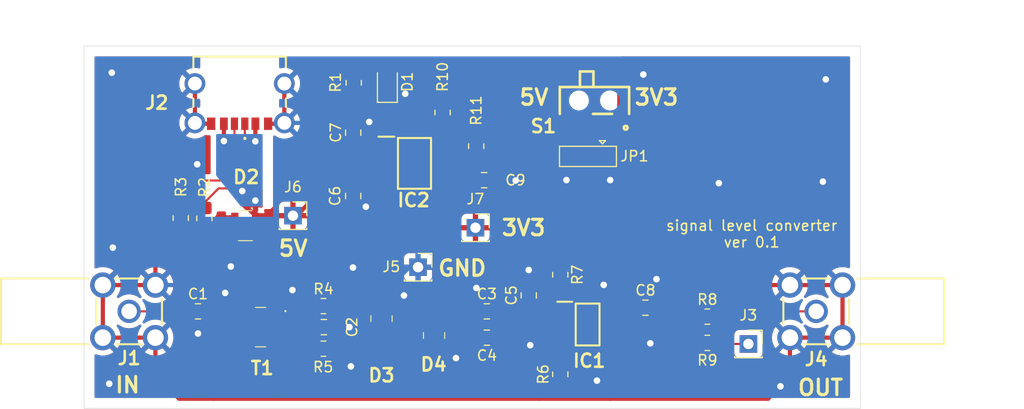
<source format=kicad_pcb>
(kicad_pcb (version 20211014) (generator pcbnew)
  (title_block (title "mt_signallevelconv") (date "2022-02-06") (rev "0.1") (comment 1 "(C) Masayuki Takagiwa"))
  (layers (0 "F.Cu" signal) (31 "B.Cu" signal) (34 "B.Paste" user) (35 "F.Paste" user) (36 "B.SilkS" user "B.Silkscreen") (37 "F.SilkS" user "F.Silkscreen") (38 "B.Mask" user) (39 "F.Mask" user) (44 "Edge.Cuts" user))
  (net 0 "")
  (net 1 "/3V3")
  (net 2 "Net-(IC2-Pad7)")
  (net 3 "/5V")
  (net 4 "Net-(IC2-Pad8)")
  (net 5 "Net-(IC1-Pad9)")
  (net 6 "Net-(J3-Pad1)")
  (net 7 "Net-(IC1-Pad10)")
  (net 8 "Net-(J4-Pad5)")
  (net 9 "Net-(IC1-Pad1)")
  (net 10 "Net-(IC1-Pad6)")
  (net 11 "Net-(R5-Pad1)")
  (net 12 "Net-(C4-Pad1)")
  (net 13 "Net-(R4-Pad1)")
  (net 14 "Net-(C3-Pad1)")
  (net 15 "Net-(J2-PadB5)")
  (net 16 "GND")
  (net 17 "Net-(D1-Pad2)")
  (net 18 "Net-(J2-PadA5)")
  (net 19 "Net-(C2-Pad1)")
  (net 21 "Net-(C1-Pad2)")
  (net 22 "/VOUT")
  (net 23 "Net-(C3-Pad2)")
  (net 24 "Net-(C4-Pad2)")
  (net 25 "Net-(C7-Pad1)")
  (net 29 "Net-(C1-Pad1)")
  (footprint "Capacitor_SMD:C_0805_2012Metric_Pad1.18x1.45mm_HandSolder" (layer "F.Cu") (at 92.956 74.0885 90)
    (fp_text reference "C5" (at 0 -1.68 90) (layer "F.SilkS"))
    (fp_text value "0.1u" hide)
    (pad "1" smd roundrect locked (at -1.0375 0 90) (size 1.175 1.45) (layers "F.Cu" "F.Paste" "F.Mask") (roundrect_rratio 0.2127659574) (net 1 "/3V3"))
    (pad "2" smd roundrect locked (at 1.0375 0 90) (size 1.175 1.45) (layers "F.Cu" "F.Paste" "F.Mask") (roundrect_rratio 0.2127659574) (net 16 "GND"))
  )
  (footprint "Resistor_SMD:R_0805_2012Metric_Pad1.20x1.40mm_HandSolder" (layer "F.Cu") (at 96.004 72.094 -90)
    (fp_text reference "R7" (at 0 -1.65 90) (layer "F.SilkS"))
    (fp_text value "4.7k" hide)
    (pad "1" smd roundrect locked (at -1 0 270) (size 1.2 1.4) (layers "F.Cu" "F.Paste" "F.Mask") (roundrect_rratio 0.2083333333) (net 1 "/3V3"))
    (pad "2" smd roundrect locked (at 1 0 270) (size 1.2 1.4) (layers "F.Cu" "F.Paste" "F.Mask") (roundrect_rratio 0.2083333333) (net 9 "Net-(IC1-Pad1)"))
  )
  (footprint "Resistor_SMD:R_0805_2012Metric_Pad1.20x1.40mm_HandSolder" (layer "F.Cu") (at 110.2164 76.142)
    (fp_text reference "R8" (at 0 -1.65) (layer "F.SilkS"))
    (fp_text value "22" hide)
    (pad "1" smd roundrect locked (at -1 0) (size 1.2 1.4) (layers "F.Cu" "F.Paste" "F.Mask") (roundrect_rratio 0.2083333333) (net 7 "Net-(IC1-Pad10)"))
    (pad "2" smd roundrect locked (at 1 0) (size 1.2 1.4) (layers "F.Cu" "F.Paste" "F.Mask") (roundrect_rratio 0.2083333333) (net 8 "Net-(J4-Pad5)"))
  )
  (footprint "Capacitor_SMD:C_0805_2012Metric_Pad1.18x1.45mm_HandSolder" (layer "F.Cu") (at 73.1655 77.158)
    (fp_text reference "C2" (at 2.7217 0 90) (layer "F.SilkS"))
    (fp_text value "0.1u" hide)
    (pad "1" smd roundrect locked (at -1.0375 0) (size 1.175 1.45) (layers "F.Cu" "F.Paste" "F.Mask") (roundrect_rratio 0.2127659574) (net 19 "Net-(C2-Pad1)"))
    (pad "2" smd roundrect locked (at 1.0375 0) (size 1.175 1.45) (layers "F.Cu" "F.Paste" "F.Mask") (roundrect_rratio 0.2127659574) (net 16 "GND"))
  )
  (footprint "LibraryLoader:SOP65P490X110-12N" (layer "F.Cu") (at 98.6456 76.904)
    (fp_text reference "IC1" (at 0.1524 3.5052) (layer "F.SilkS") (effects (font (size 1.27 1.27) (thickness 0.254))))
    (fp_text value "LTC6957IMS-3#PBF" hide)
    (pad "1" smd rect locked (at -2.212 -1.625 90) (size 0.45 1.425) (layers "F.Cu" "F.Paste" "F.Mask") (net 9 "Net-(IC1-Pad1)"))
    (pad "2" smd rect locked (at -2.212 -0.975 90) (size 0.45 1.425) (layers "F.Cu" "F.Paste" "F.Mask") (net 1 "/3V3"))
    (pad "3" smd rect locked (at -2.212 -0.325 90) (size 0.45 1.425) (layers "F.Cu" "F.Paste" "F.Mask") (net 23 "Net-(C3-Pad2)"))
    (pad "4" smd rect locked (at -2.212 0.325 90) (size 0.45 1.425) (layers "F.Cu" "F.Paste" "F.Mask") (net 24 "Net-(C4-Pad2)"))
    (pad "5" smd rect locked (at -2.212 0.975 90) (size 0.45 1.425) (layers "F.Cu" "F.Paste" "F.Mask") (net 16 "GND"))
    (pad "6" smd rect locked (at -2.212 1.625 90) (size 0.45 1.425) (layers "F.Cu" "F.Paste" "F.Mask") (net 10 "Net-(IC1-Pad6)"))
    (pad "7" smd rect locked (at 2.212 1.625 90) (size 0.45 1.425) (layers "F.Cu" "F.Paste" "F.Mask") (net 16 "GND"))
    (pad "8" smd rect locked (at 2.212 0.975 90) (size 0.45 1.425) (layers "F.Cu" "F.Paste" "F.Mask") (net 16 "GND"))
    (pad "9" smd rect locked (at 2.212 0.325 90) (size 0.45 1.425) (layers "F.Cu" "F.Paste" "F.Mask") (net 5 "Net-(IC1-Pad9)"))
    (pad "10" smd rect locked (at 2.212 -0.325 90) (size 0.45 1.425) (layers "F.Cu" "F.Paste" "F.Mask") (net 7 "Net-(IC1-Pad10)"))
    (pad "11" smd rect locked (at 2.212 -0.975 90) (size 0.45 1.425) (layers "F.Cu" "F.Paste" "F.Mask") (net 22 "/VOUT"))
    (pad "12" smd rect locked (at 2.212 -1.625 90) (size 0.45 1.425) (layers "F.Cu" "F.Paste" "F.Mask") (net 16 "GND"))
  )
  (footprint "LibraryLoader:WBC161TLC" (layer "F.Cu") (at 67.226 77.158 -90)
    (fp_text reference "T1" (at 3.9624 0.016 180) (layer "F.SilkS") (effects (font (size 1.27 1.27) (thickness 0.254))))
    (fp_text value "WBC16-1TLC" hide)
    (pad "1" smd rect locked (at -1.52 -1.347 270) (size 0.76 1.14) (layers "F.Cu" "F.Paste" "F.Mask") (net 13 "Net-(R4-Pad1)"))
    (pad "2" smd rect locked (at 0 -1.347 270) (size 0.76 1.14) (layers "F.Cu" "F.Paste" "F.Mask") (net 19 "Net-(C2-Pad1)"))
    (pad "3" smd rect locked (at 1.52 -1.347 270) (size 0.76 1.14) (layers "F.Cu" "F.Paste" "F.Mask") (net 11 "Net-(R5-Pad1)"))
    (pad "4" smd rect locked (at 1.52 1.702 270) (size 0.76 1.14) (layers "F.Cu" "F.Paste" "F.Mask") (net 16 "GND"))
    (pad "5" smd rect locked (at 0 1.702 270) (size 0.76 1.14) (layers "F.Cu" "F.Paste" "F.Mask"))
    (pad "6" smd rect locked (at -1.52 1.702 270) (size 0.76 1.14) (layers "F.Cu" "F.Paste" "F.Mask") (net 21 "Net-(C1-Pad2)"))
  )
  (footprint "LibraryLoader:SSSS810701" (layer "F.Cu") (at 98.5556 57.007665 180)
    (fp_text reference "S1" (at 4.1776 -0.736335) (layer "F.SilkS") (effects (font (size 1.27 1.27) (thickness 0.254))))
    (fp_text value "SSSS810701" hide)
    (pad "" np_thru_hole circle locked (at -2.25 1.75 180) (size 0.9 0.9) (drill 0.9) (layers *.Cu *.Mask))
    (pad "" np_thru_hole circle locked (at 0.75 1.75 180) (size 0.9 0.9) (drill 0.9) (layers *.Cu *.Mask))
    (pad "1" smd rect locked (at -3 0 180) (size 0.7 1.5) (layers "F.Cu" "F.Paste" "F.Mask") (net 3 "/5V"))
    (pad "2" smd rect locked (at 0 0 180) (size 0.7 1.5) (layers "F.Cu" "F.Paste" "F.Mask") (net 22 "/VOUT"))
    (pad "3" smd rect locked (at 1.5 0 180) (size 0.7 1.5) (layers "F.Cu" "F.Paste" "F.Mask") (net 1 "/3V3"))
  )
  (footprint "Capacitor_SMD:C_0805_2012Metric_Pad1.18x1.45mm_HandSolder" (layer "F.Cu") (at 104.2297 75.2784)
    (fp_text reference "C8" (at 0 -1.68) (layer "F.SilkS"))
    (fp_text value "0.1u" hide)
    (pad "1" smd roundrect locked (at -1.0375 0) (size 1.175 1.45) (layers "F.Cu" "F.Paste" "F.Mask") (roundrect_rratio 0.2127659574) (net 22 "/VOUT"))
    (pad "2" smd roundrect locked (at 1.0375 0) (size 1.175 1.45) (layers "F.Cu" "F.Paste" "F.Mask") (roundrect_rratio 0.2127659574) (net 16 "GND"))
  )
  (footprint "LibraryLoader:SOIC127P600X175-8N" (layer "F.Cu") (at 81.9179 61.3366)
    (fp_text reference "IC2" (at -0.0801 3.556) (layer "F.SilkS") (effects (font (size 1.27 1.27) (thickness 0.254))))
    (fp_text value "LP2989IM-3.3_NOPB" hide)
    (pad "1" smd rect locked (at -2.711 -1.905 90) (size 0.65 1.528) (layers "F.Cu" "F.Paste" "F.Mask") (net 25 "Net-(C7-Pad1)"))
    (pad "2" smd rect locked (at -2.711 -0.635 90) (size 0.65 1.528) (layers "F.Cu" "F.Paste" "F.Mask"))
    (pad "3" smd rect locked (at -2.711 0.635 90) (size 0.65 1.528) (layers "F.Cu" "F.Paste" "F.Mask") (net 16 "GND"))
    (pad "4" smd rect locked (at -2.711 1.905 90) (size 0.65 1.528) (layers "F.Cu" "F.Paste" "F.Mask") (net 3 "/5V"))
    (pad "5" smd rect locked (at 2.711 1.905 90) (size 0.65 1.528) (layers "F.Cu" "F.Paste" "F.Mask") (net 1 "/3V3"))
    (pad "6" smd rect locked (at 2.711 0.635 90) (size 0.65 1.528) (layers "F.Cu" "F.Paste" "F.Mask") (net 1 "/3V3"))
    (pad "7" smd rect locked (at 2.711 -0.635 90) (size 0.65 1.528) (layers "F.Cu" "F.Paste" "F.Mask") (net 2 "Net-(IC2-Pad7)"))
    (pad "8" smd rect locked (at 2.711 -1.905 90) (size 0.65 1.528) (layers "F.Cu" "F.Paste" "F.Mask") (net 4 "Net-(IC2-Pad8)"))
  )
  (footprint "Resistor_SMD:R_0805_2012Metric_Pad1.20x1.40mm_HandSolder" (layer "F.Cu") (at 59.3334 66.6198 -90)
    (fp_text reference "R3" (at -2.9972 -0.0254 -270) (layer "F.SilkS"))
    (fp_text value "5.1k" hide)
    (pad "1" smd roundrect locked (at -1 0 270) (size 1.2 1.4) (layers "F.Cu" "F.Paste" "F.Mask") (roundrect_rratio 0.2083333333) (net 15 "Net-(J2-PadB5)"))
    (pad "2" smd roundrect locked (at 1 0 270) (size 1.2 1.4) (layers "F.Cu" "F.Paste" "F.Mask") (roundrect_rratio 0.2083333333) (net 16 "GND"))
  )
  (footprint "Connector_PinSocket_2.54mm:PinSocket_1x01_P2.54mm_Vertical" (layer "F.Cu") (at 114.1788 78.7836)
    (fp_text reference "J3" (at 0 -2.77) (layer "F.SilkS"))
    (fp_text value "Conn_01x01_Female" hide)
    (pad "1" thru_hole rect locked (at 0 0) (size 1.7 1.7) (drill 1) (layers *.Cu *.Mask) (net 6 "Net-(J3-Pad1)"))
  )
  (footprint "Connector_PinSocket_2.54mm:PinSocket_1x01_P2.54mm_Vertical" (layer "F.Cu") (at 82.2626 71.3668)
    (fp_text reference "J5" (at -2.5876 -0.0418) (layer "F.SilkS"))
    (fp_text value "Conn_01x01_Female" hide)
    (pad "1" thru_hole rect locked (at 0 0) (size 1.7 1.7) (drill 1) (layers *.Cu *.Mask) (net 16 "GND"))
  )
  (footprint "Resistor_SMD:R_0805_2012Metric_Pad1.20x1.40mm_HandSolder" (layer "F.Cu") (at 73.128 79.2408)
    (fp_text reference "R5" (at -0.0348 1.778) (layer "F.SilkS"))
    (fp_text value "100" hide)
    (pad "1" smd roundrect locked (at -1 0) (size 1.2 1.4) (layers "F.Cu" "F.Paste" "F.Mask") (roundrect_rratio 0.2083333333) (net 11 "Net-(R5-Pad1)"))
    (pad "2" smd roundrect locked (at 1 0) (size 1.2 1.4) (layers "F.Cu" "F.Paste" "F.Mask") (roundrect_rratio 0.2083333333) (net 12 "Net-(C4-Pad1)"))
  )
  (footprint "Resistor_SMD:R_0805_2012Metric_Pad1.20x1.40mm_HandSolder" (layer "F.Cu") (at 96.004 81.714 90)
    (fp_text reference "R6" (at 0 -1.65 90) (layer "F.SilkS"))
    (fp_text value "4.7k" hide)
    (pad "1" smd roundrect locked (at -1 0 90) (size 1.2 1.4) (layers "F.Cu" "F.Paste" "F.Mask") (roundrect_rratio 0.2083333333) (net 1 "/3V3"))
    (pad "2" smd roundrect locked (at 1 0 90) (size 1.2 1.4) (layers "F.Cu" "F.Paste" "F.Mask") (roundrect_rratio 0.2083333333) (net 10 "Net-(IC1-Pad6)"))
  )
  (footprint "Jumper:SolderJumper-3_P2.0mm_Open_TrianglePad1.0x1.5mm" (layer "F.Cu") (at 98.6772 60.6396 180)
    (fp_text reference "JP1" (at -4.4892 0) (layer "F.SilkS"))
    (fp_text value "Jumper_3_Open" hide)
    (pad "1" smd custom locked (at -2 0 180) (size 0.3 0.3) (layers "F.Cu" "F.Mask") (net 3 "/5V") (options (clearance outline) (anchor rect)) (primitives (gr_poly (pts (xy 1 0) (xy 0.5 0.75) (xy -0.5 0.75) (xy -0.5 -0.75) (xy 0.5 -0.75)) (width 0) (fill yes))))
    (pad "2" smd custom locked (at 0 0 180) (size 0.3 0.3) (layers "F.Cu") (net 22 "/VOUT") (options (clearance outline) (anchor rect)) (primitives (gr_poly (pts (xy 0.7 0) (xy 1.2 0.75) (xy -1.2 0.75) (xy -0.7 0) (xy -1.2 -0.75) (xy 1.2 -0.75)) (width 0) (fill yes))))
    (pad "3" smd custom locked (at 2 0) (size 0.3 0.3) (layers "F.Cu" "F.Mask") (net 1 "/3V3") (options (clearance outline) (anchor rect)) (primitives (gr_poly (pts (xy 1 0) (xy 0.5 0.75) (xy -0.5 0.75) (xy -0.5 -0.75) (xy 0.5 -0.75)) (width 0) (fill yes))))
  )
  (footprint "Capacitor_SMD:C_0805_2012Metric_Pad1.18x1.45mm_HandSolder" (layer "F.Cu") (at 88.6431 62.9586)
    (fp_text reference "C9" (at 3.0265 0) (layer "F.SilkS"))
    (fp_text value "4.7u" hide)
    (pad "1" smd roundrect locked (at -1.0375 0) (size 1.175 1.45) (layers "F.Cu" "F.Paste" "F.Mask") (roundrect_rratio 0.2127659574) (net 1 "/3V3"))
    (pad "2" smd roundrect locked (at 1.0375 0) (size 1.175 1.45) (layers "F.Cu" "F.Paste" "F.Mask") (roundrect_rratio 0.2127659574) (net 16 "GND"))
  )
  (footprint "Connector_PinSocket_2.54mm:PinSocket_1x01_P2.54mm_Vertical" (layer "F.Cu") (at 70.1792 66.3912)
    (fp_text reference "J6" (at 0 -2.77) (layer "F.SilkS"))
    (fp_text value "Conn_01x01_Female" hide)
    (pad "1" thru_hole rect locked (at 0 0) (size 1.7 1.7) (drill 1) (layers *.Cu *.Mask) (net 3 "/5V"))
  )
  (footprint "LibraryLoader:PRTR5V0U2X" (layer "F.Cu") (at 65.5584 67.3508 -90)
    (fp_text reference "D2" (at -4.6954 -0.0996 180) (layer "F.SilkS") (effects (font (size 1.27 1.27) (thickness 0.254))))
    (fp_text value "PRTR5V0U2X,215" hide)
    (pad "1" smd rect locked (at -0.75 1) (size 0.7 1) (layers "F.Cu" "F.Paste" "F.Mask") (net 16 "GND"))
    (pad "2" smd rect locked (at 0.95 1 270) (size 0.6 0.7) (layers "F.Cu" "F.Paste" "F.Mask"))
    (pad "3" smd rect locked (at 0.95 -1 270) (size 0.6 0.7) (layers "F.Cu" "F.Paste" "F.Mask"))
    (pad "4" smd rect locked (at -0.95 -1 270) (size 0.6 0.7) (layers "F.Cu" "F.Paste" "F.Mask") (net 3 "/5V"))
  )
  (footprint "Capacitor_SMD:C_0805_2012Metric_Pad1.18x1.45mm_HandSolder" (layer "F.Cu") (at 88.9135 78.174)
    (fp_text reference "C4" (at 0 1.7272) (layer "F.SilkS"))
    (fp_text value "0.1u" hide)
    (pad "1" smd roundrect locked (at -1.0375 0) (size 1.175 1.45) (layers "F.Cu" "F.Paste" "F.Mask") (roundrect_rratio 0.2127659574) (net 12 "Net-(C4-Pad1)"))
    (pad "2" smd roundrect locked (at 1.0375 0) (size 1.175 1.45) (layers "F.Cu" "F.Paste" "F.Mask") (roundrect_rratio 0.2127659574) (net 24 "Net-(C4-Pad2)"))
  )
  (footprint "Resistor_SMD:R_0805_2012Metric_Pad1.20x1.40mm_HandSolder" (layer "F.Cu") (at 87.883 59.6762 -90)
    (fp_text reference "R11" (at -3.445 0 -270) (layer "F.SilkS"))
    (fp_text value "330k" hide)
    (pad "1" smd roundrect locked (at -1 0 270) (size 1.2 1.4) (layers "F.Cu" "F.Paste" "F.Mask") (roundrect_rratio 0.2083333333) (net 1 "/3V3"))
    (pad "2" smd roundrect locked (at 1 0 270) (size 1.2 1.4) (layers "F.Cu" "F.Paste" "F.Mask") (roundrect_rratio 0.2083333333) (net 2 "Net-(IC2-Pad7)"))
  )
  (footprint "Capacitor_SMD:C_0805_2012Metric_Pad1.18x1.45mm_HandSolder" (layer "F.Cu") (at 88.9135 75.634)
    (fp_text reference "C3" (at 0 -1.68) (layer "F.SilkS"))
    (fp_text value "0.1u" hide)
    (pad "1" smd roundrect locked (at -1.0375 0) (size 1.175 1.45) (layers "F.Cu" "F.Paste" "F.Mask") (roundrect_rratio 0.2127659574) (net 14 "Net-(C3-Pad1)"))
    (pad "2" smd roundrect locked (at 1.0375 0) (size 1.175 1.45) (layers "F.Cu" "F.Paste" "F.Mask") (roundrect_rratio 0.2127659574) (net 23 "Net-(C3-Pad2)"))
  )
  (footprint "Capacitor_SMD:C_0805_2012Metric_Pad1.18x1.45mm_HandSolder" (layer "F.Cu") (at 61.0028 75.634)
    (fp_text reference "C1" (at 0 -1.68) (layer "F.SilkS"))
    (fp_text value "0.1u" hide)
    (pad "1" smd roundrect locked (at -1.0375 0) (size 1.175 1.45) (layers "F.Cu" "F.Paste" "F.Mask") (roundrect_rratio 0.2127659574) (net 29 "Net-(C1-Pad1)"))
    (pad "2" smd roundrect locked (at 1.0375 0) (size 1.175 1.45) (layers "F.Cu" "F.Paste" "F.Mask") (roundrect_rratio 0.2127659574) (net 21 "Net-(C1-Pad2)"))
  )
  (footprint "Resistor_SMD:R_0805_2012Metric_Pad1.20x1.40mm_HandSolder" (layer "F.Cu") (at 61.6194 66.6452 -90)
    (fp_text reference "R2" (at -2.9972 0 90) (layer "F.SilkS"))
    (fp_text value "5.1k" hide)
    (pad "1" smd roundrect locked (at -1 0 270) (size 1.2 1.4) (layers "F.Cu" "F.Paste" "F.Mask") (roundrect_rratio 0.2083333333) (net 18 "Net-(J2-PadA5)"))
    (pad "2" smd roundrect locked (at 1 0 270) (size 1.2 1.4) (layers "F.Cu" "F.Paste" "F.Mask") (roundrect_rratio 0.2083333333) (net 16 "GND"))
  )
  (footprint "Resistor_SMD:R_0805_2012Metric_Pad1.20x1.40mm_HandSolder" (layer "F.Cu") (at 84.6318 56.425 -90)
    (fp_text reference "R10" (at -3.445 0 -270) (layer "F.SilkS"))
    (fp_text value "4.7k" hide)
    (pad "1" smd roundrect locked (at -1 0 270) (size 1.2 1.4) (layers "F.Cu" "F.Paste" "F.Mask") (roundrect_rratio 0.2083333333) (net 3 "/5V"))
    (pad "2" smd roundrect locked (at 1 0 270) (size 1.2 1.4) (layers "F.Cu" "F.Paste" "F.Mask") (roundrect_rratio 0.2083333333) (net 4 "Net-(IC2-Pad8)"))
  )
  (footprint "Connector_PinSocket_2.54mm:PinSocket_1x01_P2.54mm_Vertical" (layer "F.Cu") (at 87.8088 67.556)
    (fp_text reference "J7" (at 0 -2.77) (layer "F.SilkS"))
    (fp_text value "Conn_01x01_Female" hide)
    (pad "1" thru_hole rect locked (at 0 0) (size 1.7 1.7) (drill 1) (layers *.Cu *.Mask) (net 1 "/3V3"))
  )
  (footprint "LibraryLoader:3-1478978-1" (layer "F.Cu") (at 120.732 75.634 -90)
    (fp_text reference "J4" (at 4.6228 0 180) (layer "F.SilkS") (effects (font (size 1.27 1.27) (thickness 0.254))))
    (fp_text value "3-1478978-1" hide)
    (pad "1" thru_hole circle locked (at -2.54 -2.54 270) (size 2.45 2.45) (drill 1.6) (layers *.Cu *.Mask) (net 16 "GND"))
    (pad "2" thru_hole circle locked (at 2.54 -2.54 270) (size 2.45 2.45) (drill 1.6) (layers *.Cu *.Mask) (net 16 "GND"))
    (pad "3" thru_hole circle locked (at -2.54 2.54 270) (size 2.45 2.45) (drill 1.6) (layers *.Cu *.Mask) (net 16 "GND"))
    (pad "4" thru_hole circle locked (at 2.54 2.54 270) (size 2.45 2.45) (drill 1.6) (layers *.Cu *.Mask) (net 16 "GND"))
    (pad "5" thru_hole circle locked (at 0 0 270) (size 2.25 2.25) (drill 1.5) (layers *.Cu *.Mask) (net 8 "Net-(J4-Pad5)"))
  )
  (footprint "LibraryLoader:MBRM120ET3G" (layer "F.Cu") (at 83.812 77.158 -90)
    (fp_text reference "D4" (at 3.6068 0.0508 180) (layer "F.SilkS") (effects (font (size 1.27 1.27) (thickness 0.254))))
    (fp_text value "MBRM120ET3G" hide)
    (pad "1" smd rect locked (at -1.175 0) (size 2.54 2.67) (layers "F.Cu" "F.Paste" "F.Mask") (net 14 "Net-(C3-Pad1)"))
    (pad "2" smd rect locked (at 1.176 0 270) (size 0.762 1.27) (layers "F.Cu" "F.Paste" "F.Mask") (net 12 "Net-(C4-Pad1)"))
  )
  (footprint "Capacitor_SMD:C_0805_2012Metric_Pad1.18x1.45mm_HandSolder" (layer "F.Cu") (at 75.9958 64.4901 -90)
    (fp_text reference "C6" (at -0.0039 1.7526 90) (layer "F.SilkS"))
    (fp_text value "2.2u" hide)
    (pad "1" smd roundrect locked (at -1.0375 0 270) (size 1.175 1.45) (layers "F.Cu" "F.Paste" "F.Mask") (roundrect_rratio 0.2127659574) (net 3 "/5V"))
    (pad "2" smd roundrect locked (at 1.0375 0 270) (size 1.175 1.45) (layers "F.Cu" "F.Paste" "F.Mask") (roundrect_rratio 0.2127659574) (net 16 "GND"))
  )
  (footprint "Resistor_SMD:R_0805_2012Metric_Pad1.20x1.40mm_HandSolder" (layer "F.Cu") (at 110.2164 78.682)
    (fp_text reference "R9" (at 0 1.6764) (layer "F.SilkS"))
    (fp_text value "22" hide)
    (pad "1" smd roundrect locked (at -1 0) (size 1.2 1.4) (layers "F.Cu" "F.Paste" "F.Mask") (roundrect_rratio 0.2083333333) (net 5 "Net-(IC1-Pad9)"))
    (pad "2" smd roundrect locked (at 1 0) (size 1.2 1.4) (layers "F.Cu" "F.Paste" "F.Mask") (roundrect_rratio 0.2083333333) (net 6 "Net-(J3-Pad1)"))
  )
  (footprint "Capacitor_SMD:C_0805_2012Metric_Pad1.18x1.45mm_HandSolder" (layer "F.Cu") (at 75.9958 58.3687 90)
    (fp_text reference "C7" (at 0 -1.68 90) (layer "F.SilkS"))
    (fp_text value "0.01u" hide)
    (pad "1" smd roundrect locked (at -1.0375 0 90) (size 1.175 1.45) (layers "F.Cu" "F.Paste" "F.Mask") (roundrect_rratio 0.2127659574) (net 25 "Net-(C7-Pad1)"))
    (pad "2" smd roundrect locked (at 1.0375 0 90) (size 1.175 1.45) (layers "F.Cu" "F.Paste" "F.Mask") (roundrect_rratio 0.2127659574) (net 16 "GND"))
  )
  (footprint "LibraryLoader:3-1478978-1" (layer "F.Cu") (at 54.348 75.634 90)
    (fp_text reference "J1" (at -4.5212 0 180) (layer "F.SilkS") (effects (font (size 1.27 1.27) (thickness 0.254))))
    (fp_text value "3-1478978-1" hide)
    (pad "1" thru_hole circle locked (at -2.54 -2.54 90) (size 2.45 2.45) (drill 1.6) (layers *.Cu *.Mask) (net 16 "GND"))
    (pad "2" thru_hole circle locked (at 2.54 -2.54 90) (size 2.45 2.45) (drill 1.6) (layers *.Cu *.Mask) (net 16 "GND"))
    (pad "3" thru_hole circle locked (at -2.54 2.54 90) (size 2.45 2.45) (drill 1.6) (layers *.Cu *.Mask) (net 16 "GND"))
    (pad "4" thru_hole circle locked (at 2.54 2.54 90) (size 2.45 2.45) (drill 1.6) (layers *.Cu *.Mask) (net 16 "GND"))
    (pad "5" thru_hole circle locked (at 0 0 90) (size 2.25 2.25) (drill 1.5) (layers *.Cu *.Mask) (net 29 "Net-(C1-Pad1)"))
  )
  (footprint "LibraryLoader:2171750001" (layer "F.Cu") (at 65.025 54.475 180)
    (fp_text reference "J2" (at 8 -1) (layer "F.SilkS") (effects (font (size 1.27 1.27) (thickness 0.254))))
    (fp_text value "217175-0001" hide)
    (pad "A5" smd rect locked (at -0.5 -3.03 180) (size 0.7 1.2) (layers "F.Cu" "F.Paste" "F.Mask") (net 18 "Net-(J2-PadA5)"))
    (pad "A9" smd rect locked (at 1.52 -3.03 180) (size 0.76 1.2) (layers "F.Cu" "F.Paste" "F.Mask") (net 3 "/5V"))
    (pad "A12" smd rect locked (at 2.75 -3.03 180) (size 0.8 1.2) (layers "F.Cu" "F.Paste" "F.Mask") (net 16 "GND"))
    (pad "B5" smd rect locked (at 0.5 -3.03 180) (size 0.7 1.2) (layers "F.Cu" "F.Paste" "F.Mask") (net 15 "Net-(J2-PadB5)"))
    (pad "B9" smd rect locked (at -1.52 -3.03 180) (size 0.76 1.2) (layers "F.Cu" "F.Paste" "F.Mask") (net 3 "/5V"))
    (pad "B12" smd rect locked (at -2.75 -3.03 180) (size 0.8 1.2) (layers "F.Cu" "F.Paste" "F.Mask") (net 16 "GND"))
    (pad "MH1" thru_hole circle locked (at -4.32 0.85 180) (size 2.01 2.01) (drill 1.34) (layers *.Cu *.Mask) (net 16 "GND"))
    (pad "MH2" thru_hole circle locked (at 4.32 0.85 180) (size 2.01 2.01) (drill 1.34) (layers *.Cu *.Mask) (net 16 "GND"))
    (pad "MH3" thru_hole circle locked (at -4.32 -2.95 180) (size 2.01 2.01) (drill 1.34) (layers *.Cu *.Mask) (net 16 "GND"))
    (pad "MH4" thru_hole circle locked (at 4.32 -2.95 180) (size 2.01 2.01) (drill 1.34) (layers *.Cu *.Mask) (net 16 "GND"))
  )
  (footprint "LED_SMD:LED_0805_2012Metric_Pad1.15x1.40mm_HandSolder" (layer "F.Cu") (at 79.2978 53.5806 90)
    (fp_text reference "D1" (at 0.118 1.9304 90) (layer "F.SilkS"))
    (fp_text value "LED_Small" hide)
    (pad "1" smd roundrect locked (at -1.025 0 90) (size 1.15 1.4) (layers "F.Cu" "F.Paste" "F.Mask") (roundrect_rratio 0.2173913043) (net 16 "GND"))
    (pad "2" smd roundrect locked (at 1.025 0 90) (size 1.15 1.4) (layers "F.Cu" "F.Paste" "F.Mask") (roundrect_rratio 0.2173913043) (net 17 "Net-(D1-Pad2)"))
  )
  (footprint "LibraryLoader:MBRM120ET3G" (layer "F.Cu") (at 78.732 77.1387 90)
    (fp_text reference "D3" (at -4.6802 0 180) (layer "F.SilkS") (effects (font (size 1.27 1.27) (thickness 0.254))))
    (fp_text value "MBRM120ET3G" hide)
    (pad "1" smd rect locked (at -1.175 0 180) (size 2.54 2.67) (layers "F.Cu" "F.Paste" "F.Mask") (net 12 "Net-(C4-Pad1)"))
    (pad "2" smd rect locked (at 1.176 0 90) (size 0.762 1.27) (layers "F.Cu" "F.Paste" "F.Mask") (net 14 "Net-(C3-Pad1)"))
  )
  (footprint "Resistor_SMD:R_0805_2012Metric_Pad1.20x1.40mm_HandSolder" (layer "F.Cu") (at 76.0466 53.5482 90)
    (fp_text reference "R1" (at 0.0348 -1.7526 90) (layer "F.SilkS"))
    (fp_text value "220" hide)
    (pad "1" smd roundrect locked (at -1 0 90) (size 1.2 1.4) (layers "F.Cu" "F.Paste" "F.Mask") (roundrect_rratio 0.2083333333) (net 3 "/5V"))
    (pad "2" smd roundrect locked (at 1 0 90) (size 1.2 1.4) (layers "F.Cu" "F.Paste" "F.Mask") (roundrect_rratio 0.2083333333) (net 17 "Net-(D1-Pad2)"))
  )
  (footprint "Resistor_SMD:R_0805_2012Metric_Pad1.20x1.40mm_HandSolder" (layer "F.Cu") (at 73.128 75.126)
    (fp_text reference "R4" (at 0 -1.65) (layer "F.SilkS"))
    (fp_text value "100" hide)
    (pad "1" smd roundrect locked (at -1 0) (size 1.2 1.4) (layers "F.Cu" "F.Paste" "F.Mask") (roundrect_rratio 0.2083333333) (net 13 "Net-(R4-Pad1)"))
    (pad "2" smd roundrect locked (at 1 0) (size 1.2 1.4) (layers "F.Cu" "F.Paste" "F.Mask") (roundrect_rratio 0.2083333333) (net 14 "Net-(C3-Pad1)"))
  )
  (gr_rect (start 50 50) (end 125 85) (layer "Edge.Cuts") (width 0.05) (fill none))
  (gr_text "5V" (at 93.4636 54.95) (layer "F.SilkS") (effects (font (size 1.5 1.5) (thickness 0.3))))
  (gr_text "OUT" (at 121.15 83) (layer "F.SilkS") (effects (font (size 1.5 1.5) (thickness 0.3))))
  (gr_text "5V" (at 70.2 69.55) (layer "F.SilkS") (effects (font (size 1.5 1.5) (thickness 0.3))))
  (gr_text "signal level converter\nver 0.1" (at 114.5 68.15) (layer "F.SilkS") (effects (font (size 1 1))))
  (gr_text "IN" (at 54.1956 82.746) (layer "F.SilkS") (effects (font (size 1.5 1.5) (thickness 0.3))))
  (gr_text "3V3" (at 105.3 54.95) (layer "F.SilkS") (effects (font (size 1.5 1.5) (thickness 0.3))))
  (gr_text "3V3" (at 92.4588 67.556) (layer "F.SilkS") (effects (font (size 1.5 1.5) (thickness 0.3))))
  (gr_text "GND" (at 86.5298 71.4684) (layer "F.SilkS") (effects (font (size 1.5 1.5) (thickness 0.3))))
  (segment (start 96.6772 60.6396) (end 94.4354 60.6396) (width 0.4064) (layer "F.Cu") (net 1))
  (segment (start 87.8088 70.7908) (end 87.8088 67.556) (width 0.4064) (layer "F.Cu") (net 1))
  (segment (start 97.118 82.714) (end 97.79 82.042) (width 0.4064) (layer "F.Cu") (net 1))
  (segment (start 92.144 75.126) (end 87.8088 70.7908) (width 0.4064) (layer "F.Cu") (net 1))
  (segment (start 87.8088 63.1618) (end 87.8088 67.556) (width 0.4064) (layer "F.Cu") (net 1))
  (segment (start 94.175 57.907) (end 94.234 57.966) (width 0.4064) (layer "F.Cu") (net 1))
  (segment (start 94.0262 58.6762) (end 94.234 58.884) (width 0.4064) (layer "F.Cu") (net 1))
  (segment (start 96.4336 75.929) (end 93.759 75.929) (width 0.4064) (layer "F.Cu") (net 1))
  (segment (start 93.759 75.929) (end 92.956 75.126) (width 0.4064) (layer "F.Cu") (net 1))
  (segment (start 94.234 57.966) (end 94.234 58.884) (width 0.4064) (layer "F.Cu") (net 1))
  (segment (start 87.3226 63.2416) (end 87.6056 62.9586) (width 0.4064) (layer "F.Cu") (net 1))
  (segment (start 94.234 67.709) (end 94.234 69.324) (width 0.4064) (layer "F.Cu") (net 1))
  (segment (start 94.234 58.884) (end 94.234 62.391) (width 0.4064) (layer "F.Cu") (net 1))
  (segment (start 87.6056 62.9586) (end 87.8088 63.1618) (width 0.4064) (layer "F.Cu") (net 1))
  (segment (start 96.004 82.714) (end 97.118 82.714) (width 0.4064) (layer "F.Cu") (net 1))
  (segment (start 84.6289 61.9716) (end 86.6186 61.9716) (width 0.4064) (layer "F.Cu") (net 1))
  (segment (start 97.0556 57.007665) (end 94.292335 57.007665) (width 0.4064) (layer "F.Cu") (net 1))
  (segment (start 87.8088 67.556) (end 94.081 67.556) (width 0.4064) (layer "F.Cu") (net 1))
  (segment (start 94.234 62.391) (end 94.234 67.709) (width 0.4064) (layer "F.Cu") (net 1))
  (segment (start 94.081 67.556) (end 94.234 67.709) (width 0.4064) (layer "F.Cu") (net 1))
  (segment (start 96.004 71.094) (end 97.79 72.88) (width 0.4064) (layer "F.Cu") (net 1))
  (segment (start 94.175 57.125) (end 94.175 57.907) (width 0.4064) (layer "F.Cu") (net 1))
  (segment (start 94.4354 60.6396) (end 94.234 60.841) (width 0.4064) (layer "F.Cu") (net 1))
  (segment (start 87.883 58.6762) (end 94.0262 58.6762) (width 0.4064) (layer "F.Cu") (net 1))
  (segment (start 97.79 72.88) (end 97.79 82.042) (width 0.4064) (layer "F.Cu") (net 1))
  (segment (start 94.292335 57.007665) (end 94.175 57.125) (width 0.4064) (layer "F.Cu") (net 1))
  (segment (start 86.6186 61.9716) (end 87.6056 62.9586) (width 0.4064) (layer "F.Cu") (net 1))
  (segment (start 92.956 75.126) (end 92.144 75.126) (width 0.4064) (layer "F.Cu") (net 1))
  (segment (start 84.6289 63.2416) (end 87.3226 63.2416) (width 0.4064) (layer "F.Cu") (net 1))
  (segment (start 94.234 69.324) (end 96.004 71.094) (width 0.4064) (layer "F.Cu") (net 1))
  (segment (start 84.6289 60.7016) (end 87.8576 60.7016) (width 0.2032) (layer "F.Cu") (net 2))
  (segment (start 87.8576 60.7016) (end 87.883 60.6762) (width 0.2032) (layer "F.Cu") (net 2))
  (segment (start 75.9958 63.4526) (end 78.9959 63.4526) (width 0.4064) (layer "F.Cu") (net 3))
  (segment (start 101.708321 52.133321) (end 101.708321 56.854944) (width 0.4064) (layer "F.Cu") (net 3))
  (segment (start 101.5556 59.7612) (end 100.6772 60.6396) (width 0.4064) (layer "F.Cu") (net 3))
  (segment (start 70.5148 66.3912) (end 70.1792 66.3912) (width 0.4064) (layer "F.Cu") (net 3))
  (segment (start 101.5556 57.007665) (end 101.5556 59.7612) (width 0.4064) (layer "F.Cu") (net 3))
  (segment (start 84.6318 55.425) (end 84.6318 51.4182) (width 0.4064) (layer "F.Cu") (net 3))
  (segment (start 100.883 51.308) (end 101.708321 52.133321) (width 0.4064) (layer "F.Cu") (net 3))
  (segment (start 73.4534 63.4526) (end 70.5148 66.3912) (width 0.4064) (layer "F.Cu") (net 3))
  (segment (start 65.278 65.1204) (end 66.5584 66.4008) (width 0.4064) (layer "F.Cu") (net 3))
  (segment (start 84.6318 51.4182) (end 84.742 51.308) (width 0.4064) (layer "F.Cu") (net 3))
  (segment (start 66.5584 66.4008) (end 70.1696 66.4008) (width 0.4064) (layer "F.Cu") (net 3))
  (segment (start 66.545 57.505) (end 66.545 59.205) (width 0.4064) (layer "F.Cu") (net 3))
  (segment (start 76.0466 54.5482) (end 73.9768 54.5482) (width 0.4064) (layer "F.Cu") (net 3))
  (segment (start 78.9959 63.4526) (end 79.2069 63.2416) (width 0.4064) (layer "F.Cu") (net 3))
  (segment (start 73.4534 63.4526) (end 73.4534 55.0716) (width 0.4064) (layer "F.Cu") (net 3))
  (segment (start 73.9768 54.5482) (end 73.4534 55.0716) (width 0.4064) (layer "F.Cu") (net 3))
  (segment (start 70.1696 66.4008) (end 70.1792 66.3912) (width 0.4064) (layer "F.Cu") (net 3))
  (segment (start 84.742 51.308) (end 100.883 51.308) (width 0.4064) (layer "F.Cu") (net 3))
  (segment (start 101.708321 56.854944) (end 101.5556 57.007665) (width 0.4064) (layer "F.Cu") (net 3))
  (segment (start 66.545 59.205) (end 66.545 64.93) (width 0.4064) (layer "F.Cu") (net 3))
  (segment (start 65.278 64.008) (end 65.278 65.1204) (width 0.4064) (layer "F.Cu") (net 3))
  (segment (start 74.422 51.308) (end 84.742 51.308) (width 0.4064) (layer "F.Cu") (net 3))
  (segment (start 73.4534 52.2766) (end 74.422 51.308) (width 0.4064) (layer "F.Cu") (net 3))
  (segment (start 73.4534 55.0716) (end 73.4534 52.2766) (width 0.4064) (layer "F.Cu") (net 3))
  (segment (start 63.505 57.505) (end 63.505 59.177) (width 0.4064) (layer "F.Cu") (net 3))
  (segment (start 75.9958 63.4526) (end 73.4534 63.4526) (width 0.4064) (layer "F.Cu") (net 3))
  (segment (start 66.545 64.93) (end 66.545 66.3874) (width 0.4064) (layer "F.Cu") (net 3))
  (via (at 66.545 59.205) (size 0.889) (drill 0.635) (layers "F.Cu" "B.Cu") (net 3))
  (via (at 65.278 64.008) (size 0.889) (drill 0.635) (layers "F.Cu" "B.Cu") (net 3))
  (via (at 66.545 64.93) (size 0.889) (drill 0.635) (layers "F.Cu" "B.Cu") (net 3))
  (via (at 63.505 59.177) (size 0.889) (drill 0.635) (layers "F.Cu" "B.Cu") (net 3))
  (segment (start 63.505 59.177) (end 63.505 62.235) (width 0.4064) (layer "B.Cu") (net 3))
  (segment (start 63.505 62.235) (end 65.278 64.008) (width 0.4064) (layer "B.Cu") (net 3))
  (segment (start 84.6289 57.4279) (end 84.6318 57.425) (width 0.2032) (layer "F.Cu") (net 4))
  (segment (start 84.6289 59.4316) (end 84.6289 57.4279) (width 0.2032) (layer "F.Cu") (net 4))
  (segment (start 107.7634 77.229) (end 109.2164 78.682) (width 0.2032) (layer "F.Cu") (net 5))
  (segment (start 100.8576 77.229) (end 107.7634 77.229) (width 0.2032) (layer "F.Cu") (net 5))
  (segment (start 111.318 78.7836) (end 114.1788 78.7836) (width 0.2032) (layer "F.Cu") (net 6))
  (segment (start 111.2164 78.682) (end 111.318 78.7836) (width 0.2032) (layer "F.Cu") (net 6))
  (segment (start 100.8576 76.579) (end 108.7794 76.579) (width 0.2032) (layer "F.Cu") (net 7))
  (segment (start 108.7794 76.579) (end 109.2164 76.142) (width 0.2032) (layer "F.Cu") (net 7))
  (segment (start 111.7244 75.634) (end 111.2164 76.142) (width 0.2032) (layer "F.Cu") (net 8))
  (segment (start 120.732 75.634) (end 111.7244 75.634) (width 0.2032) (layer "F.Cu") (net 8))
  (segment (start 96.4336 73.5236) (end 96.004 73.094) (width 0.2032) (layer "F.Cu") (net 9))
  (segment (start 96.4336 75.279) (end 96.4336 73.5236) (width 0.2032) (layer "F.Cu") (net 9))
  (segment (start 96.4336 80.2844) (end 96.004 80.714) (width 0.2032) (layer "F.Cu") (net 10))
  (segment (start 96.4336 78.529) (end 96.4336 80.2844) (width 0.2032) (layer "F.Cu") (net 10))
  (segment (start 70.042 78.678) (end 70.6048 79.2408) (width 0.2032) (layer "F.Cu") (net 11))
  (segment (start 68.573 78.678) (end 70.042 78.678) (width 0.2032) (layer "F.Cu") (net 11))
  (segment (start 70.6048 79.2408) (end 72.128 79.2408) (width 0.2032) (layer "F.Cu") (net 11))
  (segment (start 76.2072 79.2408) (end 77.1343 78.3137) (width 0.2032) (layer "F.Cu") (net 12))
  (segment (start 83.7917 78.3137) (end 83.812 78.334) (width 0.2032) (layer "F.Cu") (net 12))
  (segment (start 77.1343 78.3137) (end 78.732 78.3137) (width 0.2032) (layer "F.Cu") (net 12))
  (segment (start 78.732 78.3137) (end 83.7917 78.3137) (width 0.2032) (layer "F.Cu") (net 12))
  (segment (start 74.128 79.2408) (end 76.2072 79.2408) (width 0.2032) (layer "F.Cu") (net 12))
  (segment (start 83.812 78.334) (end 87.716 78.334) (width 0.2032) (layer "F.Cu") (net 12))
  (segment (start 87.716 78.334) (end 87.876 78.174) (width 0.2032) (layer "F.Cu") (net 12))
  (segment (start 70.158 75.638) (end 70.67 75.126) (width 0.2032) (layer "F.Cu") (net 13))
  (segment (start 70.67 75.126) (end 72.128 75.126) (width 0.2032) (layer "F.Cu") (net 13))
  (segment (start 68.573 75.638) (end 70.158 75.638) (width 0.2032) (layer "F.Cu") (net 13))
  (segment (start 87.527 75.983) (end 87.876 75.634) (width 0.2032) (layer "F.Cu") (net 14))
  (segment (start 76.9787 75.9627) (end 78.732 75.9627) (width 0.2032) (layer "F.Cu") (net 14))
  (segment (start 83.7917 75.9627) (end 83.812 75.983) (width 0.2032) (layer "F.Cu") (net 14))
  (segment (start 78.732 75.9627) (end 83.7917 75.9627) (width 0.2032) (layer "F.Cu") (net 14))
  (segment (start 83.812 75.983) (end 87.527 75.983) (width 0.2032) (layer "F.Cu") (net 14))
  (segment (start 74.128 75.126) (end 76.142 75.126) (width 0.2032) (layer "F.Cu") (net 14))
  (segment (start 76.142 75.126) (end 76.9787 75.9627) (width 0.2032) (layer "F.Cu") (net 14))
  (segment (start 63.5 62.992) (end 61.214 62.992) (width 0.2032) (layer "F.Cu") (net 15))
  (segment (start 64.525 61.967) (end 63.5 62.992) (width 0.2032) (layer "F.Cu") (net 15))
  (segment (start 64.525 57.505) (end 64.525 61.967) (width 0.2032) (layer "F.Cu") (net 15))
  (segment (start 61.214 62.992) (end 59.3334 64.8726) (width 0.2032) (layer "F.Cu") (net 15))
  (segment (start 59.3334 64.8726) (end 59.3334 65.6198) (width 0.2032) (layer "F.Cu") (net 15))
  (segment (start 60.705 53.625) (end 60.705 57.425) (width 0.4064) (layer "F.Cu") (net 16))
  (segment (start 81.534 64.77) (end 80.7764 65.5276) (width 0.4064) (layer "F.Cu") (net 16))
  (segment (start 69.345 53.625) (end 69.345 57.425) (width 0.4064) (layer "F.Cu") (net 16))
  (segment (start 59.182 84.074) (end 56.888 81.78) (width 0.4064) (layer "F.Cu") (net 16))
  (segment (start 81.534 58.166) (end 81.534 61.976) (width 0.4064) (layer "F.Cu") (net 16))
  (segment (start 77.2204 65.5276) (end 75.9958 65.5276) (width 0.4064) (layer "F.Cu") (net 16))
  (segment (start 56.888 67.572) (end 56.888 73.094) (width 0.4064) (layer "F.Cu") (net 16))
  (segment (start 62.484 80.01) (end 62.484 84.074) (width 0.4064) (layer "F.Cu") (net 16))
  (segment (start 51.808 73.094) (end 56.888 73.094) (width 0.4064) (layer "F.Cu") (net 16))
  (segment (start 65.524 78.678) (end 63.816 78.678) (width 0.4064) (layer "F.Cu") (net 16))
  (segment (start 80.7764 65.5276) (end 77.2204 65.5276) (width 0.4064) (layer "F.Cu") (net 16))
  (segment (start 75.9958 57.3312) (end 77.5428 57.3312) (width 0.4064) (layer "F.Cu") (net 16))
  (segment (start 100.8576 77.879) (end 99.469 77.879) (width 0.4064) (layer "F.Cu") (net 16))
  (segment (start 59.3334 67.6198) (end 56.9358 67.6198) (width 0.4064) (layer "F.Cu") (net 16))
  (segment (start 61.6194 67.6452) (end 62.4028 67.6452) (width 0.4064) (layer "F.Cu") (net 16))
  (segment (start 62.484 84.074) (end 59.182 84.074) (width 0.4064) (layer "F.Cu") (net 16))
  (segment (start 107.4516 73.094) (end 105.2672 75.2784) (width 0.4064) (layer "F.Cu") (net 16))
  (segment (start 92.956 71.636) (end 92.956 73.051) (width 0.4064) (layer "F.Cu") (net 16))
  (segment (start 99.314 75.692) (end 99.727 75.279) (width 0.4064) (layer "F.Cu") (net 16))
  (segment (start 100.8576 84.0544) (end 100.838 84.074) (width 0.4064) (layer "F.Cu") (net 16))
  (segment (start 63.816 78.678) (end 62.484 80.01) (width 0.4064) (layer "F.Cu") (net 16))
  (segment (start 51.808 73.094) (end 51.808 78.174) (width 0.4064) (layer "F.Cu") (net 16))
  (segment (start 123.272 73.094) (end 118.192 73.094) (width 0.4064) (layer "F.Cu") (net 16))
  (segment (start 56.888 81.78) (end 56.888 78.174) (width 0.4064) (layer "F.Cu") (net 16))
  (segment (start 56.888 61.242) (end 56.888 67.572) (width 0.4064) (layer "F.Cu") (net 16))
  (segment (start 62.275 57.505) (end 60.785 57.505) (width 0.4064) (layer "F.Cu") (net 16))
  (segment (start 118.192 81.96) (end 117.276 82.876) (width 0.4064) (layer "F.Cu") (net 16))
  (segment (start 74.203 77.158) (end 75.634 77.158) (width 0.4064) (layer "F.Cu") (net 16))
  (segment (start 81.534 61.976) (end 81.534 64.77) (width 0.4064) (layer "F.Cu") (net 16))
  (segment (start 123.272 78.174) (end 118.192 78.174) (width 0.4064) (layer "F.Cu") (net 16))
  (segment (start 99.314 78.232) (end 99.314 77.724) (width 0.4064) (layer "F.Cu") (net 16))
  (segment (start 82.2626 65.4986) (end 81.534 64.77) (width 0.4064) (layer "F.Cu") (net 16))
  (segment (start 81.0216 54.6056) (end 81.026 54.61) (width 0.4064) (layer "F.Cu") (net 16))
  (segment (start 82.2626 71.3668) (end 82.2626 65.4986) (width 0.4064) (layer "F.Cu") (net 16))
  (segment (start 79.4292 57.3312) (end 80.6992 57.3312) (width 0.4064) (layer "F.Cu") (net 16))
  (segment (start 100.8576 78.529) (end 99.611 78.529) (width 0.4064) (layer "F.Cu") (net 16))
  (segment (start 79.2069 61.9716) (end 81.5296 61.9716) (width 0.4064) (layer "F.Cu") (net 16))
  (segment (start 59.3334 67.6198) (end 61.594 67.6198) (width 0.4064) (layer "F.Cu") (net 16))
  (segment (start 94.841 77.879) (end 93.98 78.74) (width 0.4064) (layer "F.Cu") (net 16))
  (segment (start 96.4336 77.879) (end 94.841 77.879) (width 0.4064) (layer "F.Cu") (net 16))
  (segment (start 118.192 78.174) (end 118.192 81.96) (width 0.4064) (layer "F.Cu") (net 16))
  (segment (start 69.265 57.505) (end 69.345 57.425) (width 0.4064) (layer "F.Cu") (net 16))
  (segment (start 60.785 57.505) (end 60.705 57.425) (width 0.4064) (layer "F.Cu") (net 16))
  (segment (start 51.808 78.174) (end 56.888 78.174) (width 0.4064) (layer "F.Cu") (net 16))
  (segment (start 81.5296 61.9716) (end 81.534 61.976) (width 0.4064) (layer "F.Cu") (net 16))
  (segment (start 77.5428 57.3312) (end 79.4292 57.3312) (width 0.4064) (layer "F.Cu") (net 16))
  (segment (start 79.2978 54.6056) (end 81.0216 54.6056) (width 0.4064) (layer "F.Cu") (net 16))
  (segment (start 91.6606 62.9586) (end 91.694 62.992) (width 0.4064) (layer "F.Cu") (net 16))
  (segment (start 99.727 75.279) (end 100.8576 75.279) (width 0.4064) (layer "F.Cu") (net 16))
  (segment (start 62.4028 67.6452) (end 63.4472 66.6008) (width 0.4064) (layer "F.Cu") (net 16))
  (segment (start 100.8576 78.529) (end 100.8576 84.0544) (width 0.4064) (layer "F.Cu") (net 16))
  (segment (start 93.98 78.74) (end 93.98 84.074) (width 0.4064) (layer "F.Cu") (net 16))
  (segment (start 89.6806 62.9586) (end 91.6606 62.9586) (width 0.4064) (layer "F.Cu") (net 16))
  (segment (start 61.594 67.6198) (end 61.6194 67.6452) (width 0.4064) (layer "F.Cu") (net 16))
  (segment (start 123.272 73.094) (end 123.272 78.174) (width 0.4064) (layer "F.Cu") (net 16))
  (segment (start 117.276 82.876) (end 116.078 84.074) (width 0.4064) (layer "F.Cu") (net 16))
  (segment (start 99.314 77.724) (end 99.314 75.692) (width 0.4064) (layer "F.Cu") (net 16))
  (segment (start 116.078 84.074) (end 100.838 84.074) (width 0.4064) (layer "F.Cu") (net 16))
  (segment (start 56.9358 67.6198) (end 56.888 67.572) (width 0.4064) (layer "F.Cu") (net 16))
  (segment (start 60.705 57.425) (end 56.888 61.242) (width 0.4064) (layer "F.Cu") (net 16))
  (segment (start 93.98 84.074) (end 62.484 84.074) (width 0.4064) (layer "F.Cu") (net 16))
  (segment (start 75.692 77.216) (end 75.634 77.158) (width 0.4064) (layer "F.Cu") (net 16))
  (segment (start 80.6992 57.3312) (end 81.534 58.166) (width 0.4064) (layer "F.Cu") (net 16))
  (segment (start 67.775 57.505) (end 69.265 57.505) (width 0.4064) (layer "F.Cu") (net 16))
  (segment (start 99.469 77.879) (end 99.314 77.724) (width 0.4064) (layer "F.Cu") (net 16))
  (segment (start 63.4472 66.6008) (end 64.5584 66.6008) (width 0.4064) (layer "F.Cu") (net 16))
  (segment (start 100.838 84.074) (end 93.98 84.074) (width 0.4064) (layer "F.Cu") (net 16))
  (segment (start 99.611 78.529) (end 99.314 78.232) (width 0.4064) (layer "F.Cu") (net 16))
  (segment (start 118.192 73.094) (end 107.4516 73.094) (width 0.4064) (layer "F.Cu") (net 16))
  (via (at 61 77.775) (size 0.889) (drill 0.635) (layers "F.Cu" "B.Cu") (net 16))
  (via (at 93.1 78.9) (size 0.889) (drill 0.635) (layers "F.Cu" "B.Cu") (net 16))
  (via (at 64.175 71.3) (size 0.889) (drill 0.635) (layers "F.Cu" "B.Cu") (net 16))
  (via (at 100.825 62.95) (size 0.889) (drill 0.635) (layers "F.Cu" "B.Cu") (net 16))
  (via (at 111.325 63.25) (size 0.889) (drill 0.635) (layers "F.Cu" "B.Cu") (net 16))
  (via (at 85.925 80.15) (size 0.889) (drill 0.635) (layers "F.Cu" "B.Cu") (net 16))
  (via (at 77.2204 65.5276) (size 0.889) (drill 0.635) (layers "F.Cu" "B.Cu") (net 16))
  (via (at 63.625 73.85) (size 0.889) (drill 0.635) (layers "F.Cu" "B.Cu") (net 16))
  (via (at 75.634 77.158) (size 0.889) (drill 0.635) (layers "F.Cu" "B.Cu") (net 16))
  (via (at 104.025 52.75) (size 0.889) (drill 0.635) (layers "F.Cu" "B.Cu") (net 16))
  (via (at 52.425 82.625) (size 0.889) (drill 0.635) (layers "F.Cu" "B.Cu") (net 16))
  (via (at 105.3 72.525) (size 0.889) (drill 0.635) (layers "F.Cu" "B.Cu") (net 16))
  (via (at 52.675 52.575) (size 0.889) (drill 0.635) (layers "F.Cu" "B.Cu") (net 16))
  (via (at 77.5428 57.3312) (size 0.889) (drill 0.635) (layers "F.Cu" "B.Cu") (net 16))
  (via (at 70.125 73.575) (size 0.889) (drill 0.635) (layers "F.Cu" "B.Cu") (net 16))
  (via (at 52.775 69.475) (size 0.889) (drill 0.635) (layers "F.Cu" "B.Cu") (net 16))
  (via (at 87.9 73.375) (size 0.889) (drill 0.635) (layers "F.Cu" "B.Cu") (net 16))
  (via (at 117.276 82.876) (size 0.889) (drill 0.635) (layers "F.Cu" "B.Cu") (net 16))
  (via (at 80.9 74.1) (size 0.889) (drill 0.635) (layers "F.Cu" "B.Cu") (net 16))
  (via (at 99.55 82.325) (size 0.889) (drill 0.635) (layers "F.Cu" "B.Cu") (net 16))
  (via (at 121.65 53.225) (size 0.889) (drill 0.635) (layers "F.Cu" "B.Cu") (net 16))
  (via (at 81.026 54.61) (size 0.889) (drill 0.635) (layers "F.Cu" "B.Cu") (net 16))
  (via (at 60.925 61.425) (size 0.889) (drill 0.635) (layers "F.Cu" "B.Cu") (net 16))
  (via (at 91.694 62.992) (size 0.889) (drill 0.635) (layers "F.Cu" "B.Cu") (net 16))
  (via (at 121.375 63.1) (size 0.889) (drill 0.635) (layers "F.Cu" "B.Cu") (net 16))
  (via (at 96.6 62.95) (size 0.889) (drill 0.635) (layers "F.Cu" "B.Cu") (net 16))
  (via (at 75.775 80.95) (size 0.889) (drill 0.635) (layers "F.Cu" "B.Cu") (net 16))
  (via (at 104.7 78.725) (size 0.889) (drill 0.635) (layers "F.Cu" "B.Cu") (net 16))
  (via (at 92.956 71.636) (size 0.889) (drill 0.635) (layers "F.Cu" "B.Cu") (net 16))
  (via (at 100.2 73.075) (size 0.889) (drill 0.635) (layers "F.Cu" "B.Cu") (net 16))
  (via (at 75.975 71.4) (size 0.889) (drill 0.635) (layers "F.Cu" "B.Cu") (net 16))
  (segment (start 91.694 62.992) (end 92.956 64.254) (width 0.4064) (layer "B.Cu") (net 16))
  (segment (start 75.634 77.158) (end 71.57 73.094) (width 0.4064) (layer "B.Cu") (net 16))
  (segment (start 75.634 77.158) (end 81.4252 71.3668) (width 0.4064) (layer "B.Cu") (net 16))
  (segment (start 92.956 64.254) (end 92.956 71.636) (width 0.4064) (layer "B.Cu") (net 16))
  (segment (start 92.6868 71.3668) (end 82.2626 71.3668) (width 0.4064) (layer "B.Cu") (net 16))
  (segment (start 78.3048 57.3312) (end 77.5428 57.3312) (width 0.4064) (layer "B.Cu") (net 16))
  (segment (start 77.2204 65.5276) (end 77.2204 65.3004) (width 0.4064) (layer "B.Cu") (net 16))
  (segment (start 77.5428 57.3312) (end 77.449 57.425) (width 0.4064) (layer "B.Cu") (net 16))
  (segment (start 77.449 57.425) (end 69.345 57.425) (width 0.4064) (layer "B.Cu") (net 16))
  (segment (start 77.2204 65.3004) (end 69.345 57.425) (width 0.4064) (layer "B.Cu") (net 16))
  (segment (start 92.956 71.636) (end 92.6868 71.3668) (width 0.4064) (layer "B.Cu") (net 16))
  (segment (start 71.57 73.094) (end 56.888 73.094) (width 0.4064) (layer "B.Cu") (net 16))
  (segment (start 81.026 54.61) (end 78.3048 57.3312) (width 0.4064) (layer "B.Cu") (net 16))
  (segment (start 81.4252 71.3668) (end 82.2626 71.3668) (width 0.4064) (layer "B.Cu") (net 16))
  (segment (start 79.2904 52.5482) (end 79.2978 52.5556) (width 0.2032) (layer "F.Cu") (net 17))
  (segment (start 76.0466 52.5482) (end 79.2904 52.5482) (width 0.2032) (layer "F.Cu") (net 17))
  (segment (start 65.525 62.237) (end 64.008 63.754) (width 0.2032) (layer "F.Cu") (net 18))
  (segment (start 61.6194 65.1266) (end 61.6194 65.6452) (width 0.2032) (layer "F.Cu") (net 18))
  (segment (start 62.992 63.754) (end 61.6194 65.1266) (width 0.2032) (layer "F.Cu") (net 18))
  (segment (start 64.008 63.754) (end 62.992 63.754) (width 0.2032) (layer "F.Cu") (net 18))
  (segment (start 65.525 57.505) (end 65.525 62.237) (width 0.2032) (layer "F.Cu") (net 18))
  (segment (start 68.573 77.158) (end 72.128 77.158) (width 0.2032) (layer "F.Cu") (net 19))
  (segment (start 62.0443 75.638) (end 65.524 75.638) (width 0.2032) (layer "F.Cu") (net 21))
  (segment (start 62.0403 75.634) (end 62.0443 75.638) (width 0.2032) (layer "F.Cu") (net 21))
  (segment (start 98.5556 57.007665) (end 98.5556 60.518) (width 0.4064) (layer "F.Cu") (net 22))
  (segment (start 98.6772 60.6396) (end 98.6772 67.6892) (width 0.4064) (layer "F.Cu") (net 22))
  (segment (start 100.8576 75.929) (end 102.5416 75.929) (width 0.4064) (layer "F.Cu") (net 22))
  (segment (start 102.5416 75.929) (end 103.1922 75.2784) (width 0.4064) (layer "F.Cu") (net 22))
  (segment (start 103.1922 72.2042) (end 103.1922 75.2784) (width 0.4064) (layer "F.Cu") (net 22))
  (segment (start 98.6772 67.6892) (end 103.1922 72.2042) (width 0.4064) (layer "F.Cu") (net 22))
  (segment (start 98.5556 60.518) (end 98.6772 60.6396) (width 0.4064) (layer "F.Cu") (net 22))
  (segment (start 96.4336 76.579) (end 91.057 76.579) (width 0.2032) (layer "F.Cu") (net 23))
  (segment (start 90.112 75.634) (end 89.951 75.634) (width 0.2032) (layer "F.Cu") (net 23))
  (segment (start 91.057 76.579) (end 90.112 75.634) (width 0.2032) (layer "F.Cu") (net 23))
  (segment (start 96.4336 77.229) (end 91.173 77.229) (width 0.2032) (layer "F.Cu") (net 24))
  (segment (start 91.173 77.229) (end 90.228 78.174) (width 0.2032) (layer "F.Cu") (net 24))
  (segment (start 90.228 78.174) (end 89.951 78.174) (width 0.2032) (layer "F.Cu") (net 24))
  (segment (start 75.9958 59.4062) (end 76.0212 59.4316) (width 0.2032) (layer "F.Cu") (net 25))
  (segment (start 76.0212 59.4316) (end 79.2069 59.4316) (width 0.2032) (layer "F.Cu") (net 25))
  (segment (start 54.348 75.634) (end 59.9653 75.634) (width 0.2032) (layer "F.Cu") (net 29))
  (zone (net 3) (net_name "/5V") (layer "F.Cu") (connect_pads (clearance 0.508)) (min_thickness 0.254) (fill yes (thermal_gap 0.508) (thermal_bridge_width 0.508))
    (polygon (pts (xy 78 62.75) (xy 80.75 62.75) (xy 80.75 64.5) (xy 80.45 64.75) (xy 78.25 64.75) (xy 77.75 64.25) (xy 74.5 64.25) (xy 74.5 61.75) (xy 77.25 61.75)))
  )
  (zone (net 16) (net_name "GND") (layer "F.Cu") (connect_pads (clearance 0.508)) (min_thickness 0.254) (fill yes (thermal_gap 0.508) (thermal_bridge_width 0.508))
    (polygon (pts (xy 82.475 70.975) (xy 81 70.975) (xy 81 58) (xy 82.475 58)))
  )
  (zone (net 1) (net_name "/3V3") (layer "F.Cu") (connect_pads (clearance 0.508)) (min_thickness 0.254) (fill yes (thermal_gap 0.508) (thermal_bridge_width 0.508) (smoothing fillet) (radius 0.1))
    (polygon (pts (xy 87 61.975) (xy 88.5 61.975) (xy 88.5 64.75) (xy 86 64.75) (xy 86 61.5) (xy 86.5 61.5)))
  )
  (zone (net 16) (net_name "GND") (layer "F.Cu") (connect_pads (clearance 0.508)) (min_thickness 0.254) (fill yes (thermal_gap 0.508) (thermal_bridge_width 0.508))
    (polygon (pts (xy 81.25 70.975) (xy 75.225 70.975) (xy 75.225 65.5) (xy 81.25 65.5)))
  )
  (zone (net 3) (net_name "/5V") (layer "F.Cu") (connect_pads (clearance 0.508)) (min_thickness 0.254) (fill yes (thermal_gap 0.508) (thermal_bridge_width 0.508))
    (polygon (pts (xy 75.5 64.5) (xy 71.25 68.575) (xy 69.575 68.575) (xy 67.75 66.75) (xy 67.75 66) (xy 72 61.75) (xy 75.5 61.75)))
  )
  (zone (net 0) (net_name "") (layers F&B.Cu) (connect_pads (clearance 0)) (min_thickness 0.254)
    (keepout (tracks allowed) (vias allowed) (pads allowed) (copperpour not_allowed) (footprints allowed))
    (fill (thermal_gap 0.508) (thermal_bridge_width 0.508))
    (polygon (pts (xy 68.834 56.642) (xy 61.214 56.642) (xy 61.214 50.038) (xy 68.834 50.038)))
  )
  (zone (net 0) (net_name "") (layer "F.Cu") (connect_pads (clearance 0)) (min_thickness 0.254)
    (keepout (tracks allowed) (vias allowed) (pads allowed) (copperpour not_allowed) (footprints allowed))
    (fill (thermal_gap 0.508) (thermal_bridge_width 0.508))
    (polygon (pts (xy 94.925 70.575) (xy 96.2 74.5) (xy 95.45 75.7) (xy 93.525 75.775) (xy 88.4 71.275) (xy 88.4 70.525)))
  )
  (zone (net 16) (net_name "GND") (layer "F.Cu") (connect_pads (clearance 0.508)) (min_thickness 0.254) (fill yes (thermal_gap 0.508) (thermal_bridge_width 0.508))
    (polygon (pts (xy 82.5 58.25) (xy 74.275 58.25) (xy 74.275 55.75) (xy 82.5 55.75)))
  )
  (zone (net 16) (net_name "GND") (layer "F.Cu") (connect_pads (clearance 0.508)) (min_thickness 0.254) (fill yes (thermal_gap 0.508) (thermal_bridge_width 0.508))
    (polygon (pts (xy 62.225 84) (xy 51 84) (xy 51 51) (xy 62.225 51)))
  )
  (zone (net 16) (net_name "GND") (layer "F.Cu") (connect_pads (clearance 0.508)) (min_thickness 0.254) (fill yes (thermal_gap 0.508) (thermal_bridge_width 0.508))
    (polygon (pts (xy 82.5 55.975) (xy 77.5 55.975) (xy 77.5 53.5) (xy 82.5 53.5)))
  )
  (zone (net 16) (net_name "GND") (layer "F.Cu") (connect_pads (clearance 0.508)) (min_thickness 0.254) (fill yes (thermal_gap 0.508) (thermal_bridge_width 0.508))
    (polygon (pts (xy 95.75 84) (xy 62 84) (xy 62 70.75) (xy 95.75 70.75)))
  )
  (zone (net 16) (net_name "GND") (layer "F.Cu") (connect_pads (clearance 0.508)) (min_thickness 0.254) (fill yes (thermal_gap 0.508) (thermal_bridge_width 0.508))
    (polygon (pts (xy 65 70.95) (xy 62.025 70.95) (xy 62.025 65.975) (xy 65 65.975)))
  )
  (zone (net 1) (net_name "/3V3") (layer "F.Cu") (connect_pads (clearance 0.508)) (min_thickness 0.254) (fill yes (thermal_gap 0.508) (thermal_bridge_width 0.508) (smoothing chamfer) (radius 0.1))
    (polygon (pts (xy 94.55 64.75) (xy 93.75 64.75) (xy 93.75 56.75) (xy 94.55 56.75)))
  )
  (zone (net 16) (net_name "GND") (layer "F.Cu") (connect_pads (clearance 0.508)) (min_thickness 0.254) (fill yes (thermal_gap 0.508) (thermal_bridge_width 0.508))
    (polygon (pts (xy 124 84) (xy 95.55 84) (xy 95.55 51) (xy 124 51)))
  )
  (zone (net 1) (net_name "/3V3") (layer "F.Cu") (connect_pads (clearance 0.508)) (min_thickness 0.254) (fill yes (thermal_gap 0.508) (thermal_bridge_width 0.508) (smoothing fillet) (radius 0.1))
    (polygon (pts (xy 86.25 64.75) (xy 83 64.75) (xy 83 61.5) (xy 86.25 61.5)))
  )
  (zone (net 0) (net_name "") (layer "F.Cu") (connect_pads (clearance 0)) (min_thickness 0.254)
    (keepout (tracks allowed) (vias allowed) (pads allowed) (copperpour not_allowed) (footprints allowed))
    (fill (thermal_gap 0.508) (thermal_bridge_width 0.508))
    (polygon (pts (xy 84.2 53.725) (xy 76.75 53.725) (xy 76.75 51.9) (xy 84.2 51.9)))
  )
  (zone (net 1) (net_name "/3V3") (layer "F.Cu") (connect_pads (clearance 0.508)) (min_thickness 0.254) (fill yes (thermal_gap 0.508) (thermal_bridge_width 0.508) (smoothing chamfer) (radius 0.1))
    (polygon (pts (xy 94.55 70.225) (xy 86 70.225) (xy 86 64.5) (xy 94.55 64.5)))
  )
  (zone (net 3) (net_name "/5V") (layer "F.Cu") (connect_pads (clearance 0.508)) (min_thickness 0.254) (fill yes (thermal_gap 0.508) (thermal_bridge_width 0.508))
    (polygon (pts (xy 68.75 67) (xy 65.75 67) (xy 65.75 65.75) (xy 68.75 65.75)))
  )
  (zone (net 3) (net_name "/5V") (layer "F.Cu") (connect_pads (clearance 0.508)) (min_thickness 0.254) (fill yes (thermal_gap 0.508) (thermal_bridge_width 0.508))
    (polygon (pts (xy 74.75 64.25) (xy 73.25 64.25) (xy 73.25 61.75) (xy 74.75 61.75)))
  )
  (zone (net 3) (net_name "/5V") (layer "F.Cu") (connect_pads (clearance 0.508)) (min_thickness 0.254) (fill yes (thermal_gap 0.508) (thermal_bridge_width 0.508))
    (polygon (pts (xy 67.25 66) (xy 65.75 66) (xy 65 65.25) (xy 65 63.75) (xy 67.25 63.75)))
  )
  (zone (net 16) (net_name "GND") (layer "B.Cu") (connect_pads (clearance 0.508)) (min_thickness 0.254) (fill yes (thermal_gap 0.508) (thermal_bridge_width 0.508))
    (polygon (pts (xy 69.25 84) (xy 60.725 84) (xy 60.725 66.5) (xy 69.25 66.5)))
  )
  (zone (net 16) (net_name "GND") (layer "B.Cu") (connect_pads (clearance 0.508)) (min_thickness 0.254) (fill yes (thermal_gap 0.508) (thermal_bridge_width 0.508))
    (polygon (pts (xy 124 84) (xy 68.25 84) (xy 68.25 51) (xy 124 51)))
  )
  (zone (net 16) (net_name "GND") (layer "B.Cu") (connect_pads (clearance 0.508)) (min_thickness 0.254) (fill yes (thermal_gap 0.508) (thermal_bridge_width 0.508))
    (polygon (pts (xy 61.725 84) (xy 51 84) (xy 51 51) (xy 61.725 51)))
  )
  (zone (net 3) (net_name "/5V") (layer "B.Cu") (connect_pads (clearance 0.508)) (min_thickness 0.254) (fill yes (thermal_gap 0.508) (thermal_bridge_width 0.508))
    (polygon (pts (xy 67.25 65.5) (xy 65.15 65.5) (xy 62.75 62.5) (xy 62.75 58.5) (xy 67.25 58.5)))
  )
)
</source>
